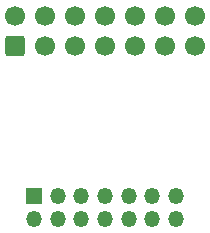
<source format=gts>
G04 #@! TF.GenerationSoftware,KiCad,Pcbnew,7.0.9-7.0.9~ubuntu20.04.1*
G04 #@! TF.CreationDate,2023-11-25T19:42:28+01:00*
G04 #@! TF.ProjectId,kicad-kria-jtag,6b696361-642d-46b7-9269-612d6a746167,1.0*
G04 #@! TF.SameCoordinates,Original*
G04 #@! TF.FileFunction,Soldermask,Top*
G04 #@! TF.FilePolarity,Negative*
%FSLAX46Y46*%
G04 Gerber Fmt 4.6, Leading zero omitted, Abs format (unit mm)*
G04 Created by KiCad (PCBNEW 7.0.9-7.0.9~ubuntu20.04.1) date 2023-11-25 19:42:28*
%MOMM*%
%LPD*%
G01*
G04 APERTURE LIST*
G04 Aperture macros list*
%AMRoundRect*
0 Rectangle with rounded corners*
0 $1 Rounding radius*
0 $2 $3 $4 $5 $6 $7 $8 $9 X,Y pos of 4 corners*
0 Add a 4 corners polygon primitive as box body*
4,1,4,$2,$3,$4,$5,$6,$7,$8,$9,$2,$3,0*
0 Add four circle primitives for the rounded corners*
1,1,$1+$1,$2,$3*
1,1,$1+$1,$4,$5*
1,1,$1+$1,$6,$7*
1,1,$1+$1,$8,$9*
0 Add four rect primitives between the rounded corners*
20,1,$1+$1,$2,$3,$4,$5,0*
20,1,$1+$1,$4,$5,$6,$7,0*
20,1,$1+$1,$6,$7,$8,$9,0*
20,1,$1+$1,$8,$9,$2,$3,0*%
G04 Aperture macros list end*
%ADD10O,1.350000X1.350000*%
%ADD11R,1.350000X1.350000*%
%ADD12C,1.700000*%
%ADD13RoundRect,0.250000X0.600000X-0.600000X0.600000X0.600000X-0.600000X0.600000X-0.600000X-0.600000X0*%
G04 APERTURE END LIST*
D10*
X145192000Y-109188000D03*
X145192000Y-107188000D03*
X143192000Y-109188000D03*
X143192000Y-107188000D03*
X141192000Y-109188000D03*
X141192000Y-107188000D03*
X139192000Y-109188000D03*
X139192000Y-107188000D03*
X137192000Y-109188000D03*
X137192000Y-107188000D03*
X135192000Y-109188000D03*
X135192000Y-107188000D03*
X133192000Y-109188000D03*
D11*
X133192000Y-107188000D03*
D12*
X146812000Y-91948000D03*
X146812000Y-94488000D03*
X144272000Y-91948000D03*
X144272000Y-94488000D03*
X141732000Y-91948000D03*
X141732000Y-94488000D03*
X139192000Y-91948000D03*
X139192000Y-94488000D03*
X136652000Y-91948000D03*
X136652000Y-94488000D03*
X134112000Y-91948000D03*
X134112000Y-94488000D03*
X131572000Y-91948000D03*
D13*
X131572000Y-94488000D03*
M02*

</source>
